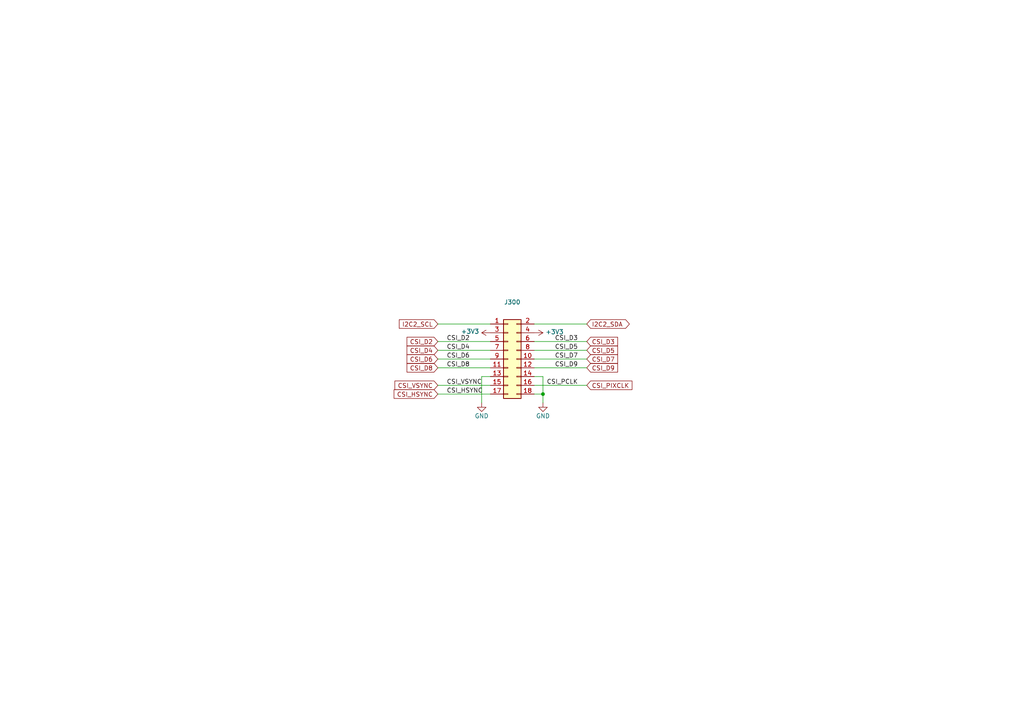
<source format=kicad_sch>
(kicad_sch (version 20211123) (generator eeschema)
  (paper "A4")
  (lib_symbols
    (symbol "Connector_Generic:Conn_02x09_Odd_Even" (pin_names (offset 1.016) hide)
      (property "Reference" "J" (at 1.27 12.7 0))
      (property "Value" "Conn_02x09_Odd_Even" (at 1.27 -12.7 0))
      (symbol "Conn_02x09_Odd_Even_1_1"
        (rectangle (start -1.27 -10.033) (end 0 -10.287) (stroke (width 0.1524)))
        (rectangle (start -1.27 -7.493) (end 0 -7.747) (stroke (width 0.1524)))
        (rectangle (start -1.27 -4.953) (end 0 -5.207) (stroke (width 0.1524)))
        (rectangle (start -1.27 -2.413) (end 0 -2.667) (stroke (width 0.1524)))
        (rectangle (start -1.27 0.127) (end 0 -0.127) (stroke (width 0.1524)))
        (rectangle (start -1.27 2.667) (end 0 2.413) (stroke (width 0.1524)))
        (rectangle (start -1.27 5.207) (end 0 4.953) (stroke (width 0.1524)))
        (rectangle (start -1.27 7.747) (end 0 7.493) (stroke (width 0.1524)))
        (rectangle (start -1.27 10.287) (end 0 10.033) (stroke (width 0.1524)))
        (rectangle (start -1.27 11.43) (end 3.81 -11.43) (stroke (width 0.254)) (fill (type background)))
        (rectangle (start 3.81 -10.033) (end 2.54 -10.287) (stroke (width 0.1524)))
        (rectangle (start 3.81 -7.493) (end 2.54 -7.747) (stroke (width 0.1524)))
        (rectangle (start 3.81 -4.953) (end 2.54 -5.207) (stroke (width 0.1524)))
        (rectangle (start 3.81 -2.413) (end 2.54 -2.667) (stroke (width 0.1524)))
        (rectangle (start 3.81 0.127) (end 2.54 -0.127) (stroke (width 0.1524)))
        (rectangle (start 3.81 2.667) (end 2.54 2.413) (stroke (width 0.1524)))
        (rectangle (start 3.81 5.207) (end 2.54 4.953) (stroke (width 0.1524)))
        (rectangle (start 3.81 7.747) (end 2.54 7.493) (stroke (width 0.1524)))
        (rectangle (start 3.81 10.287) (end 2.54 10.033) (stroke (width 0.1524)))
        (pin passive line (at -5.08 10.16 0) (length 3.81) (name "Pin_1") (number "1"))
        (pin passive line (at 7.62 0 180) (length 3.81) (name "Pin_10") (number "10"))
        (pin passive line (at -5.08 -2.54 0) (length 3.81) (name "Pin_11") (number "11"))
        (pin passive line (at 7.62 -2.54 180) (length 3.81) (name "Pin_12") (number "12"))
        (pin passive line (at -5.08 -5.08 0) (length 3.81) (name "Pin_13") (number "13"))
        (pin passive line (at 7.62 -5.08 180) (length 3.81) (name "Pin_14") (number "14"))
        (pin passive line (at -5.08 -7.62 0) (length 3.81) (name "Pin_15") (number "15"))
        (pin passive line (at 7.62 -7.62 180) (length 3.81) (name "Pin_16") (number "16"))
        (pin passive line (at -5.08 -10.16 0) (length 3.81) (name "Pin_17") (number "17"))
        (pin passive line (at 7.62 -10.16 180) (length 3.81) (name "Pin_18") (number "18"))
        (pin passive line (at 7.62 10.16 180) (length 3.81) (name "Pin_2") (number "2"))
        (pin passive line (at -5.08 7.62 0) (length 3.81) (name "Pin_3") (number "3"))
        (pin passive line (at 7.62 7.62 180) (length 3.81) (name "Pin_4") (number "4"))
        (pin passive line (at -5.08 5.08 0) (length 3.81) (name "Pin_5") (number "5"))
        (pin passive line (at 7.62 5.08 180) (length 3.81) (name "Pin_6") (number "6"))
        (pin passive line (at -5.08 2.54 0) (length 3.81) (name "Pin_7") (number "7"))
        (pin passive line (at 7.62 2.54 180) (length 3.81) (name "Pin_8") (number "8"))
        (pin passive line (at -5.08 0 0) (length 3.81) (name "Pin_9") (number "9"))
      )
    )
    (symbol "power:+3V3" (power) (pin_names (offset 0))
      (property "Value" "+3V3" (at 0 3.556 0))
      (symbol "+3V3_0_1"
        (polyline (pts (xy -0.762 1.27) (xy 0 2.54)))
        (polyline (pts (xy 0 0) (xy 0 2.54)))
        (polyline (pts (xy 0 2.54) (xy 0.762 1.27)))
      )
      (symbol "+3V3_1_1"
        (pin power_in line (at 0 0 90) (length 0) hide (name "+3V3") (number "1"))
      )
    )
    (symbol "power:GND" (power) (pin_names (offset 0))
      (property "Value" "GND" (at 0 -3.81 0))
      (symbol "GND_0_1"
        (polyline (pts (xy 0 0) (xy 0 -1.27) (xy 1.27 -1.27) (xy 0 -2.54) (xy -1.27 -1.27) (xy 0 -1.27)))
      )
      (symbol "GND_1_1"
        (pin power_in line (at 0 0 270) (length 0) hide (name "GND") (number "1"))
      )
    )
  )
  (junction (at 157.48 114.3))
  (wire (pts (xy 170.18 106.68) (xy 154.94 106.68)))
  (wire (pts (xy 127 93.98) (xy 142.24 93.98)))
  (wire (pts (xy 170.18 104.14) (xy 154.94 104.14)))
  (wire (pts (xy 127 111.76) (xy 142.24 111.76)))
  (wire (pts (xy 154.94 114.3) (xy 157.48 114.3)))
  (wire (pts (xy 154.94 101.6) (xy 170.18 101.6)))
  (wire (pts (xy 154.94 109.22) (xy 157.48 109.22)))
  (wire (pts (xy 157.48 109.22) (xy 157.48 114.3)))
  (wire (pts (xy 157.48 114.3) (xy 157.48 116.84)))
  (wire (pts (xy 154.94 93.98) (xy 170.18 93.98)))
  (wire (pts (xy 127 114.3) (xy 142.24 114.3)))
  (wire (pts (xy 170.18 111.76) (xy 154.94 111.76)))
  (wire (pts (xy 127 106.68) (xy 142.24 106.68)))
  (wire (pts (xy 127 104.14) (xy 142.24 104.14)))
  (wire (pts (xy 139.7 109.22) (xy 139.7 116.84)))
  (wire (pts (xy 142.24 109.22) (xy 139.7 109.22)))
  (wire (pts (xy 170.18 99.06) (xy 154.94 99.06)))
  (wire (pts (xy 127 99.06) (xy 142.24 99.06)))
  (wire (pts (xy 127 101.6) (xy 142.24 101.6)))
  (label "CSI_D8" (at 129.54 106.68 0))
  (label "CSI_D9" (at 167.64 106.68 180))
  (label "CSI_PCLK" (at 167.64 111.76 180))
  (label "CSI_VSYNC" (at 129.54 111.76 0))
  (label "CSI_D7" (at 167.64 104.14 180))
  (label "CSI_D6" (at 129.54 104.14 0))
  (label "CSI_D3" (at 167.64 99.06 180))
  (label "CSI_D5" (at 167.64 101.6 180))
  (label "CSI_HSYNC" (at 129.54 114.3 0))
  (label "CSI_D4" (at 129.54 101.6 0))
  (label "CSI_D2" (at 129.54 99.06 0))
  (global_label "CSI_D9" (shape input) (at 170.18 106.68 0) (property "Intersheet References" "${INTERSHEET_REFS}" (effects hide)))
  (global_label "CSI_PIXCLK" (shape input) (at 170.18 111.76 0) (property "Intersheet References" "${INTERSHEET_REFS}" (effects hide)))
  (global_label "CSI_D5" (shape input) (at 170.18 101.6 0) (property "Intersheet References" "${INTERSHEET_REFS}" (effects hide)))
  (global_label "I2C2_SCL" (shape input) (at 127 93.98 180) (property "Intersheet References" "${INTERSHEET_REFS}" (effects hide)))
  (global_label "I2C2_SDA" (shape bidirectional) (at 170.18 93.98 0) (property "Intersheet References" "${INTERSHEET_REFS}" (effects hide)))
  (global_label "CSI_D6" (shape input) (at 127 104.14 180) (property "Intersheet References" "${INTERSHEET_REFS}" (effects hide)))
  (global_label "CSI_HSYNC" (shape input) (at 127 114.3 180) (property "Intersheet References" "${INTERSHEET_REFS}" (effects hide)))
  (global_label "CSI_D7" (shape input) (at 170.18 104.14 0) (property "Intersheet References" "${INTERSHEET_REFS}" (effects hide)))
  (global_label "CSI_D8" (shape input) (at 127 106.68 180) (property "Intersheet References" "${INTERSHEET_REFS}" (effects hide)))
  (global_label "CSI_D4" (shape input) (at 127 101.6 180) (property "Intersheet References" "${INTERSHEET_REFS}" (effects hide)))
  (global_label "CSI_D2" (shape input) (at 127 99.06 180) (property "Intersheet References" "${INTERSHEET_REFS}" (effects hide)))
  (global_label "CSI_VSYNC" (shape input) (at 127 111.76 180) (property "Intersheet References" "${INTERSHEET_REFS}" (effects hide)))
  (global_label "CSI_D3" (shape input) (at 170.18 99.06 0) (property "Intersheet References" "${INTERSHEET_REFS}" (effects hide)))
  (symbol (lib_id "power:GND") (at 139.7 116.84 0) (unit 1)
    (property "Reference" "#PWR0109" (effects hide))
    (property "Value" "GND" (at 139.7 120.65 0))
  )
  (symbol (lib_id "power:+3V3") (at 142.24 96.52 90) (unit 1)
    (property "Reference" "#PWR0108" (effects hide))
    (property "Value" "+3V3" (at 138.9888 96.139 90) (effects (justify left)))
  )
  (symbol (lib_id "power:+3V3") (at 154.94 96.52 270) (unit 1)
    (property "Reference" "#PWR0117" (effects hide))
    (property "Value" "+3V3" (at 158.1912 96.266 90) (effects (justify left)))
  )
  (symbol (lib_id "power:GND") (at 157.48 116.84 0) (unit 1)
    (property "Reference" "#PWR0119" (effects hide))
    (property "Value" "GND" (at 157.48 120.65 0))
  )
  (symbol (lib_id "Connector_Generic:Conn_02x09_Odd_Even") (at 147.32 104.14 0) (unit 1)
    (property "Reference" "J300" (at 148.59 87.63 0))
  )
)
</source>
